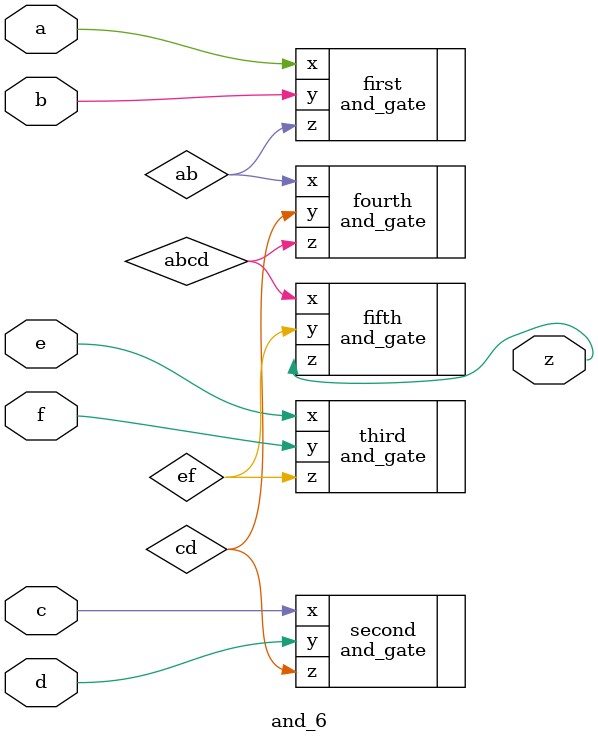
<source format=v>
module and_6 (a,b,c,d,e,f, z);
    input a,b,c,d,e,f;
    output z;
    wire ab, cd, ef, abcd;
    
    and_gate first(.x(a), .y(b), .z(ab));
    and_gate second(.x(c), .y(d), .z(cd));
    and_gate third(.x(e), .y(f), .z(ef));
    and_gate fourth(.x(ab), .y(cd), .z(abcd));
    and_gate fifth(.x(abcd), .y(ef), .z(z));
endmodule

</source>
